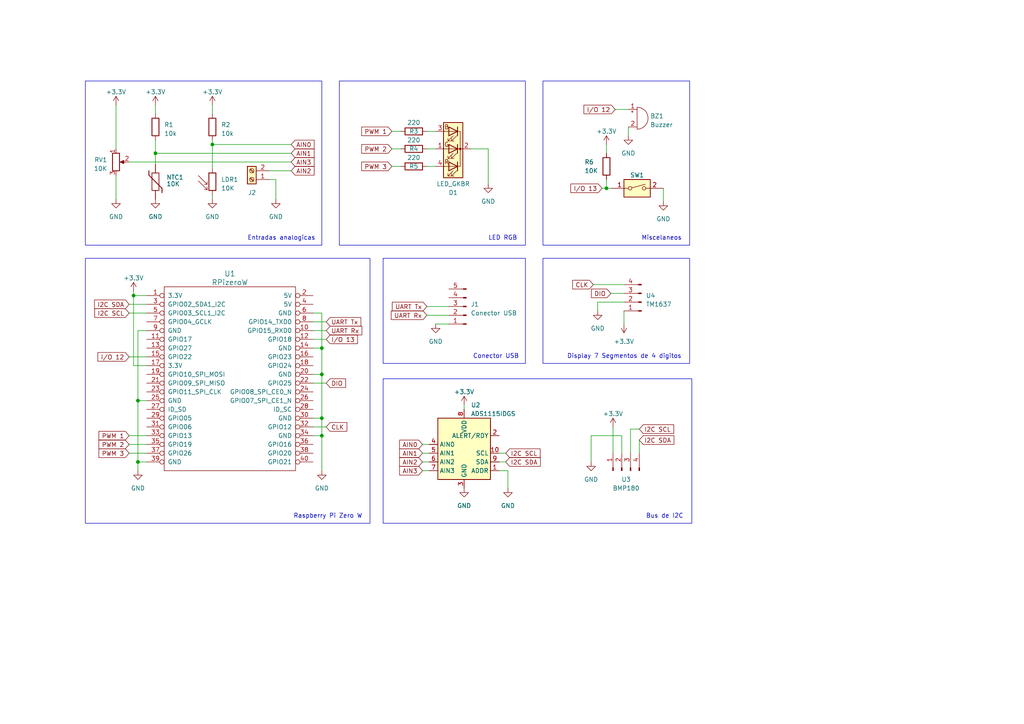
<source format=kicad_sch>
(kicad_sch (version 20230121) (generator eeschema)
  (paper "A4")
  (title_block (title "Kit de desarrollo para Raspberry Pi Zero W") (date "2023-12-26") (rev "2") (company "IMPA TRQ") (comment 1 "Autores: Palmieri Hise Agustín y Carlassara Fabrizio"))
  (lib_symbols
    (symbol "Analog_ADC:ADS1115IDGS"
      (property "Reference" "U" (at 2.54 13.97 0))
      (property "Value" "ADS1115IDGS" (at 7.62 11.43 0))
      (symbol "ADS1115IDGS_0_1"
        (rectangle (start -7.62 10.16) (end 7.62 -7.62) (stroke (width 0.254)) (fill (type background)))
      )
      (symbol "ADS1115IDGS_1_1"
        (pin input line (at 10.16 -5.08 180) (length 2.54) (name "ADDR") (number "1"))
        (pin input line (at 10.16 0 180) (length 2.54) (name "SCL") (number "10"))
        (pin output line (at 10.16 5.08 180) (length 2.54) (name "ALERT/RDY") (number "2"))
        (pin power_in line (at 0 -10.16 90) (length 2.54) (name "GND") (number "3"))
        (pin input line (at -10.16 2.54 0) (length 2.54) (name "AIN0") (number "4"))
        (pin input line (at -10.16 0 0) (length 2.54) (name "AIN1") (number "5"))
        (pin input line (at -10.16 -2.54 0) (length 2.54) (name "AIN2") (number "6"))
        (pin input line (at -10.16 -5.08 0) (length 2.54) (name "AIN3") (number "7"))
        (pin power_in line (at 0 12.7 270) (length 2.54) (name "VDD") (number "8"))
        (pin bidirectional line (at 10.16 -2.54 180) (length 2.54) (name "SDA") (number "9"))
      )
    )
    (symbol "Connector:Conn_01x04_Pin" (pin_names (offset 1.016) hide)
      (property "Reference" "J" (at 0 5.08 0))
      (property "Value" "Conn_01x04_Pin" (at 0 -7.62 0))
      (symbol "Conn_01x04_Pin_1_1"
        (polyline (pts (xy 1.27 -5.08) (xy 0.8636 -5.08)) (stroke (width 0.1524)))
        (polyline (pts (xy 1.27 -2.54) (xy 0.8636 -2.54)) (stroke (width 0.1524)))
        (polyline (pts (xy 1.27 0) (xy 0.8636 0)) (stroke (width 0.1524)))
        (polyline (pts (xy 1.27 2.54) (xy 0.8636 2.54)) (stroke (width 0.1524)))
        (rectangle (start 0.8636 -4.953) (end 0 -5.207) (stroke (width 0.1524)) (fill (type outline)))
        (rectangle (start 0.8636 -2.413) (end 0 -2.667) (stroke (width 0.1524)) (fill (type outline)))
        (rectangle (start 0.8636 0.127) (end 0 -0.127) (stroke (width 0.1524)) (fill (type outline)))
        (rectangle (start 0.8636 2.667) (end 0 2.413) (stroke (width 0.1524)) (fill (type outline)))
        (pin passive line (at 5.08 2.54 180) (length 3.81) (name "Pin_1") (number "1"))
        (pin passive line (at 5.08 0 180) (length 3.81) (name "Pin_2") (number "2"))
        (pin passive line (at 5.08 -2.54 180) (length 3.81) (name "Pin_3") (number "3"))
        (pin passive line (at 5.08 -5.08 180) (length 3.81) (name "Pin_4") (number "4"))
      )
    )
    (symbol "Connector:Conn_01x05_Pin" (pin_names (offset 1.016) hide)
      (property "Reference" "J" (at 0 7.62 0))
      (property "Value" "Conn_01x05_Pin" (at 0 -7.62 0))
      (symbol "Conn_01x05_Pin_1_1"
        (polyline (pts (xy 1.27 -5.08) (xy 0.8636 -5.08)) (stroke (width 0.1524)))
        (polyline (pts (xy 1.27 -2.54) (xy 0.8636 -2.54)) (stroke (width 0.1524)))
        (polyline (pts (xy 1.27 0) (xy 0.8636 0)) (stroke (width 0.1524)))
        (polyline (pts (xy 1.27 2.54) (xy 0.8636 2.54)) (stroke (width 0.1524)))
        (polyline (pts (xy 1.27 5.08) (xy 0.8636 5.08)) (stroke (width 0.1524)))
        (rectangle (start 0.8636 -4.953) (end 0 -5.207) (stroke (width 0.1524)) (fill (type outline)))
        (rectangle (start 0.8636 -2.413) (end 0 -2.667) (stroke (width 0.1524)) (fill (type outline)))
        (rectangle (start 0.8636 0.127) (end 0 -0.127) (stroke (width 0.1524)) (fill (type outline)))
        (rectangle (start 0.8636 2.667) (end 0 2.413) (stroke (width 0.1524)) (fill (type outline)))
        (rectangle (start 0.8636 5.207) (end 0 4.953) (stroke (width 0.1524)) (fill (type outline)))
        (pin passive line (at 5.08 5.08 180) (length 3.81) (name "Pin_1") (number "1"))
        (pin passive line (at 5.08 2.54 180) (length 3.81) (name "Pin_2") (number "2"))
        (pin passive line (at 5.08 0 180) (length 3.81) (name "Pin_3") (number "3"))
        (pin passive line (at 5.08 -2.54 180) (length 3.81) (name "Pin_4") (number "4"))
        (pin passive line (at 5.08 -5.08 180) (length 3.81) (name "Pin_5") (number "5"))
      )
    )
    (symbol "Connector:Screw_Terminal_01x02" (pin_names (offset 1.016) hide)
      (property "Reference" "J" (at 0 2.54 0))
      (property "Value" "Screw_Terminal_01x02" (at 0 -5.08 0))
      (symbol "Screw_Terminal_01x02_1_1"
        (rectangle (start -1.27 1.27) (end 1.27 -3.81) (stroke (width 0.254)) (fill (type background)))
        (circle (center 0 -2.54) (radius 0.635) (stroke (width 0.1524)))
        (polyline (pts (xy -0.5334 -2.2098) (xy 0.3302 -3.048)) (stroke (width 0.1524)))
        (polyline (pts (xy -0.5334 0.3302) (xy 0.3302 -0.508)) (stroke (width 0.1524)))
        (polyline (pts (xy -0.3556 -2.032) (xy 0.508 -2.8702)) (stroke (width 0.1524)))
        (polyline (pts (xy -0.3556 0.508) (xy 0.508 -0.3302)) (stroke (width 0.1524)))
        (circle (center 0 0) (radius 0.635) (stroke (width 0.1524)))
        (pin passive line (at -5.08 0 0) (length 3.81) (name "Pin_1") (number "1"))
        (pin passive line (at -5.08 -2.54 0) (length 3.81) (name "Pin_2") (number "2"))
      )
    )
    (symbol "Device:Buzzer" (pin_names (offset 0.0254) hide)
      (property "Reference" "BZ" (at 3.81 1.27 0))
      (property "Value" "Buzzer" (at 3.81 -1.27 0))
      (symbol "Buzzer_0_1"
        (arc (start 0 -3.175) (mid 3.1612 0) (end 0 3.175))
        (polyline (pts (xy -1.651 1.905) (xy -1.143 1.905)))
        (polyline (pts (xy -1.397 2.159) (xy -1.397 1.651)))
        (polyline (pts (xy 0 3.175) (xy 0 -3.175)))
      )
      (symbol "Buzzer_1_1"
        (pin passive line (at -2.54 2.54 0) (length 2.54) (name "-") (number "1"))
        (pin passive line (at -2.54 -2.54 0) (length 2.54) (name "+") (number "2"))
      )
    )
    (symbol "Device:LED_GKBR" (pin_names (offset 0) hide)
      (property "Reference" "D" (at 0 9.398 0))
      (property "Value" "LED_GKBR" (at 0 -8.89 0))
      (symbol "LED_GKBR_0_0"
        (text "B" (at 1.905 -6.35 0) (effects (font (size 1.27 1.27))))
        (text "G" (at 1.905 -1.27 0) (effects (font (size 1.27 1.27))))
        (text "R" (at 1.905 3.81 0) (effects (font (size 1.27 1.27))))
      )
      (symbol "LED_GKBR_0_1"
        (circle (center -2.032 0) (radius 0.254) (fill (type outline)))
        (polyline (pts (xy -1.27 -5.08) (xy 1.27 -5.08)))
        (polyline (pts (xy -1.27 -3.81) (xy -1.27 -6.35)) (stroke (width 0.254)))
        (polyline (pts (xy -1.27 0) (xy -2.54 0)))
        (polyline (pts (xy -1.27 1.27) (xy -1.27 -1.27)) (stroke (width 0.254)))
        (polyline (pts (xy -1.27 5.08) (xy 1.27 5.08)))
        (polyline (pts (xy -1.27 6.35) (xy -1.27 3.81)) (stroke (width 0.254)))
        (polyline (pts (xy 1.27 -5.08) (xy 2.54 -5.08)))
        (polyline (pts (xy 1.27 0) (xy -1.27 0)))
        (polyline (pts (xy 1.27 0) (xy 2.54 0)))
        (polyline (pts (xy 1.27 5.08) (xy 2.54 5.08)))
        (polyline (pts (xy -1.27 1.27) (xy -1.27 -1.27) (xy -1.27 -1.27)))
        (polyline (pts (xy -1.27 6.35) (xy -1.27 3.81) (xy -1.27 3.81)))
        (polyline (pts (xy -1.27 5.08) (xy -2.032 5.08) (xy -2.032 -5.08) (xy -1.016 -5.08)))
        (polyline (pts (xy 1.27 -3.81) (xy 1.27 -6.35) (xy -1.27 -5.08) (xy 1.27 -3.81)) (stroke (width 0.254)))
        (polyline (pts (xy 1.27 1.27) (xy 1.27 -1.27) (xy -1.27 0) (xy 1.27 1.27)) (stroke (width 0.254)))
        (polyline (pts (xy 1.27 6.35) (xy 1.27 3.81) (xy -1.27 5.08) (xy 1.27 6.35)) (stroke (width 0.254)))
        (polyline (pts (xy -1.016 -3.81) (xy 0.508 -2.286) (xy -0.254 -2.286) (xy 0.508 -2.286) (xy 0.508 -3.048)))
        (polyline (pts (xy -1.016 1.27) (xy 0.508 2.794) (xy -0.254 2.794) (xy 0.508 2.794) (xy 0.508 2.032)))
        (polyline (pts (xy -1.016 6.35) (xy 0.508 7.874) (xy -0.254 7.874) (xy 0.508 7.874) (xy 0.508 7.112)))
        (polyline (pts (xy 0 -3.81) (xy 1.524 -2.286) (xy 0.762 -2.286) (xy 1.524 -2.286) (xy 1.524 -3.048)))
        (polyline (pts (xy 0 1.27) (xy 1.524 2.794) (xy 0.762 2.794) (xy 1.524 2.794) (xy 1.524 2.032)))
        (polyline (pts (xy 0 6.35) (xy 1.524 7.874) (xy 0.762 7.874) (xy 1.524 7.874) (xy 1.524 7.112)))
        (rectangle (start 1.27 -1.27) (end 1.27 1.27))
        (rectangle (start 1.27 1.27) (end 1.27 1.27))
        (rectangle (start 1.27 3.81) (end 1.27 6.35))
        (rectangle (start 1.27 6.35) (end 1.27 6.35))
        (rectangle (start 2.794 8.382) (end -2.794 -7.62) (stroke (width 0.254)) (fill (type background)))
      )
      (symbol "LED_GKBR_1_1"
        (pin passive line (at 5.08 0 180) (length 2.54) (name "GA") (number "1"))
        (pin passive line (at -5.08 0 0) (length 2.54) (name "K") (number "2"))
        (pin passive line (at 5.08 -5.08 180) (length 2.54) (name "BA") (number "3"))
        (pin passive line (at 5.08 5.08 180) (length 2.54) (name "RA") (number "4"))
      )
    )
    (symbol "Device:R" (pin_numbers hide) (pin_names (offset 0))
      (property "Reference" "R" (at 2.032 0 90))
      (property "Value" "R" (at 0 0 90))
      (symbol "R_0_1"
        (rectangle (start -1.016 -2.54) (end 1.016 2.54) (stroke (width 0.254)))
      )
      (symbol "R_1_1"
        (pin passive line (at 0 3.81 270) (length 1.27) (name "~") (number "1"))
        (pin passive line (at 0 -3.81 90) (length 1.27) (name "~") (number "2"))
      )
    )
    (symbol "Device:R_Potentiometer" (pin_names (offset 1.016) hide)
      (property "Reference" "RV" (at -4.445 0 90))
      (property "Value" "R_Potentiometer" (at -2.54 0 90))
      (symbol "R_Potentiometer_0_1"
        (polyline (pts (xy 2.54 0) (xy 1.524 0)))
        (polyline (pts (xy 1.143 0) (xy 2.286 0.508) (xy 2.286 -0.508) (xy 1.143 0)) (fill (type outline)))
        (rectangle (start 1.016 2.54) (end -1.016 -2.54) (stroke (width 0.254)))
      )
      (symbol "R_Potentiometer_1_1"
        (pin passive line (at 0 3.81 270) (length 1.27) (name "1") (number "1"))
        (pin passive line (at 3.81 0 180) (length 1.27) (name "2") (number "2"))
        (pin passive line (at 0 -3.81 90) (length 1.27) (name "3") (number "3"))
      )
    )
    (symbol "Device:Thermistor" (pin_numbers hide) (pin_names (offset 0))
      (property "Reference" "TH" (at 2.54 1.27 90))
      (property "Value" "Thermistor" (at -2.54 0 90))
      (symbol "Thermistor_0_1"
        (rectangle (start -1.016 2.54) (end 1.016 -2.54) (stroke (width 0.2032)))
        (polyline (pts (xy -1.905 3.175) (xy -1.905 1.905) (xy 1.905 -1.905) (xy 1.905 -3.175) (xy 1.905 -3.175)) (stroke (width 0.254)))
      )
      (symbol "Thermistor_1_1"
        (pin passive line (at 0 5.08 270) (length 2.54) (name "~") (number "1"))
        (pin passive line (at 0 -5.08 90) (length 2.54) (name "~") (number "2"))
      )
    )
    (symbol "Raspberrt Pi Zero:RPi_GPIO" (pin_names (offset 1.016))
      (property "Reference" "J" (at 19.05 6.35 0))
      (property "Value" "RPi_GPIO" (at 19.05 3.81 0))
      (symbol "RPi_GPIO_0_1"
        (rectangle (start 0 2.54) (end 38.1 -50.8))
      )
      (symbol "RPi_GPIO_1_1"
        (pin power_in inverted (at -5.08 0 0) (length 5.08) (name "3.3V") (number "1"))
        (pin bidirectional inverted (at 43.18 -10.16 180) (length 5.08) (name "GPIO15_RXD0") (number "10"))
        (pin bidirectional inverted (at -5.08 -12.7 0) (length 5.08) (name "GPIO17") (number "11"))
        (pin bidirectional inverted (at 43.18 -12.7 180) (length 5.08) (name "GPIO18") (number "12"))
        (pin bidirectional inverted (at -5.08 -15.24 0) (length 5.08) (name "GPIO27") (number "13"))
        (pin power_in inverted (at 43.18 -15.24 180) (length 5.08) (name "GND") (number "14"))
        (pin bidirectional inverted (at -5.08 -17.78 0) (length 5.08) (name "GPIO22") (number "15"))
        (pin bidirectional inverted (at 43.18 -17.78 180) (length 5.08) (name "GPIO23") (number "16"))
        (pin power_in inverted (at -5.08 -20.32 0) (length 5.08) (name "3.3V") (number "17"))
        (pin bidirectional inverted (at 43.18 -20.32 180) (length 5.08) (name "GPIO24") (number "18"))
        (pin bidirectional inverted (at -5.08 -22.86 0) (length 5.08) (name "GPIO10_SPI_MOSI") (number "19"))
        (pin power_in inverted (at 43.18 0 180) (length 5.08) (name "5V") (number "2"))
        (pin power_in inverted (at 43.18 -22.86 180) (length 5.08) (name "GND") (number "20"))
        (pin bidirectional inverted (at -5.08 -25.4 0) (length 5.08) (name "GPIO09_SPI_MISO") (number "21"))
        (pin bidirectional inverted (at 43.18 -25.4 180) (length 5.08) (name "GPIO25") (number "22"))
        (pin bidirectional inverted (at -5.08 -27.94 0) (length 5.08) (name "GPIO11_SPI_CLK") (number "23"))
        (pin bidirectional inverted (at 43.18 -27.94 180) (length 5.08) (name "GPIO08_SPI_CE0_N") (number "24"))
        (pin power_in inverted (at -5.08 -30.48 0) (length 5.08) (name "GND") (number "25"))
        (pin bidirectional inverted (at 43.18 -30.48 180) (length 5.08) (name "GPIO07_SPI_CE1_N") (number "26"))
        (pin bidirectional inverted (at -5.08 -33.02 0) (length 5.08) (name "ID_SD") (number "27"))
        (pin bidirectional inverted (at 43.18 -33.02 180) (length 5.08) (name "ID_SC") (number "28"))
        (pin bidirectional inverted (at -5.08 -35.56 0) (length 5.08) (name "GPIO05") (number "29"))
        (pin bidirectional inverted (at -5.08 -2.54 0) (length 5.08) (name "GPIO02_SDA1_I2C") (number "3"))
        (pin power_in inverted (at 43.18 -35.56 180) (length 5.08) (name "GND") (number "30"))
        (pin bidirectional inverted (at -5.08 -38.1 0) (length 5.08) (name "GPIO06") (number "31"))
        (pin bidirectional inverted (at 43.18 -38.1 180) (length 5.08) (name "GPIO12") (number "32"))
        (pin bidirectional inverted (at -5.08 -40.64 0) (length 5.08) (name "GPIO13") (number "33"))
        (pin power_in inverted (at 43.18 -40.64 180) (length 5.08) (name "GND") (number "34"))
        (pin bidirectional inverted (at -5.08 -43.18 0) (length 5.08) (name "GPIO19") (number "35"))
        (pin bidirectional inverted (at 43.18 -43.18 180) (length 5.08) (name "GPIO16") (number "36"))
        (pin bidirectional inverted (at -5.08 -45.72 0) (length 5.08) (name "GPIO26") (number "37"))
        (pin bidirectional inverted (at 43.18 -45.72 180) (length 5.08) (name "GPIO20") (number "38"))
        (pin power_in inverted (at -5.08 -48.26 0) (length 5.08) (name "GND") (number "39"))
        (pin power_in inverted (at 43.18 -2.54 180) (length 5.08) (name "5V") (number "4"))
        (pin bidirectional inverted (at 43.18 -48.26 180) (length 5.08) (name "GPIO21") (number "40"))
        (pin bidirectional inverted (at -5.08 -5.08 0) (length 5.08) (name "GPIO03_SCL1_I2C") (number "5"))
        (pin power_in inverted (at 43.18 -5.08 180) (length 5.08) (name "GND") (number "6"))
        (pin bidirectional inverted (at -5.08 -7.62 0) (length 5.08) (name "GPIO04_GCLK") (number "7"))
        (pin bidirectional inverted (at 43.18 -7.62 180) (length 5.08) (name "GPIO14_TXD0") (number "8"))
        (pin power_in inverted (at -5.08 -10.16 0) (length 5.08) (name "GND") (number "9"))
      )
    )
    (symbol "Sensor_Optical:A9050" (pin_numbers hide) (pin_names (offset 0))
      (property "Reference" "R" (at -5.08 0 90))
      (property "Value" "A9050" (at 1.905 0 90))
      (symbol "A9050_0_1"
        (rectangle (start -1.016 2.54) (end 1.016 -2.54) (stroke (width 0.254)))
        (polyline (pts (xy -1.524 -2.286) (xy -4.064 0.254)))
        (polyline (pts (xy -1.524 -2.286) (xy -2.286 -2.286)))
        (polyline (pts (xy -1.524 -2.286) (xy -1.524 -1.524)))
        (polyline (pts (xy -1.524 -0.762) (xy -4.064 1.778)))
        (polyline (pts (xy -1.524 -0.762) (xy -2.286 -0.762)))
        (polyline (pts (xy -1.524 -0.762) (xy -1.524 0)))
      )
      (symbol "A9050_1_1"
        (pin passive line (at 0 3.81 270) (length 1.27) (name "~") (number "1"))
        (pin passive line (at 0 -3.81 90) (length 1.27) (name "~") (number "2"))
      )
    )
    (symbol "Switch:SW_DIP_x01" (pin_names (offset 0) hide)
      (property "Reference" "SW" (at 0 3.81 0))
      (property "Value" "SW_DIP_x01" (at 0 -3.81 0))
      (symbol "SW_DIP_x01_0_0"
        (circle (center -2.032 0) (radius 0.508))
        (polyline (pts (xy -1.524 0.127) (xy 2.3622 1.1684)))
        (circle (center 2.032 0) (radius 0.508))
      )
      (symbol "SW_DIP_x01_0_1"
        (rectangle (start -3.81 2.54) (end 3.81 -2.54) (stroke (width 0.254)) (fill (type background)))
      )
      (symbol "SW_DIP_x01_1_1"
        (pin passive line (at -7.62 0 0) (length 5.08) (name "~") (number "1"))
        (pin passive line (at 7.62 0 180) (length 5.08) (name "~") (number "2"))
      )
    )
    (symbol "power:+3.3V" (power) (pin_names (offset 0))
      (property "Value" "+3.3V" (at 0 3.556 0))
      (symbol "+3.3V_0_1"
        (polyline (pts (xy -0.762 1.27) (xy 0 2.54)))
        (polyline (pts (xy 0 0) (xy 0 2.54)))
        (polyline (pts (xy 0 2.54) (xy 0.762 1.27)))
      )
      (symbol "+3.3V_1_1"
        (pin power_in line (at 0 0 90) (length 0) hide (name "+3.3V") (number "1"))
      )
    )
    (symbol "power:GND" (power) (pin_names (offset 0))
      (property "Value" "GND" (at 0 -3.81 0))
      (symbol "GND_0_1"
        (polyline (pts (xy 0 0) (xy 0 -1.27) (xy 1.27 -1.27) (xy 0 -2.54) (xy -1.27 -1.27) (xy 0 -1.27)))
      )
      (symbol "GND_1_1"
        (pin power_in line (at 0 0 270) (length 0) hide (name "GND") (number "1"))
      )
    )
  )
  (junction (at 175.895 54.61))
  (junction (at 93.345 126.365))
  (junction (at 45.085 44.45))
  (junction (at 93.345 100.965))
  (junction (at 40.005 116.205))
  (junction (at 93.345 108.585))
  (junction (at 40.005 133.985))
  (junction (at 93.345 121.285))
  (junction (at 61.595 41.91))
  (junction (at 38.735 85.725))
  (wire (pts (xy 45.085 40.64) (xy 45.085 44.45)))
  (wire (pts (xy 93.345 121.285) (xy 93.345 108.585)))
  (wire (pts (xy 144.78 131.445) (xy 146.685 131.445)))
  (wire (pts (xy 45.085 44.45) (xy 45.085 47.625)))
  (wire (pts (xy 185.42 127.635) (xy 185.42 131.445)))
  (wire (pts (xy 177.8 123.825) (xy 177.8 131.445)))
  (wire (pts (xy 113.665 38.1) (xy 116.205 38.1)))
  (wire (pts (xy 173.355 90.17) (xy 173.355 87.63)))
  (wire (pts (xy 144.78 136.525) (xy 147.32 136.525)))
  (wire (pts (xy 33.655 57.785) (xy 33.655 50.8)))
  (wire (pts (xy 37.465 88.265) (xy 42.545 88.265)))
  (wire (pts (xy 93.345 100.965) (xy 93.345 90.805)))
  (wire (pts (xy 93.345 108.585) (xy 90.805 108.585)))
  (wire (pts (xy 93.345 108.585) (xy 93.345 100.965)))
  (wire (pts (xy 61.595 40.64) (xy 61.595 41.91)))
  (wire (pts (xy 93.345 136.525) (xy 93.345 126.365)))
  (wire (pts (xy 45.085 30.48) (xy 45.085 33.02)))
  (wire (pts (xy 177.165 85.09) (xy 180.975 85.09)))
  (wire (pts (xy 61.595 41.91) (xy 61.595 48.895)))
  (wire (pts (xy 182.245 36.83) (xy 182.245 39.37)))
  (wire (pts (xy 37.465 131.445) (xy 42.545 131.445)))
  (wire (pts (xy 122.555 133.985) (xy 124.46 133.985)))
  (wire (pts (xy 178.435 31.75) (xy 182.245 31.75)))
  (wire (pts (xy 37.465 126.365) (xy 42.545 126.365)))
  (wire (pts (xy 90.805 95.885) (xy 94.615 95.885)))
  (wire (pts (xy 182.88 124.46) (xy 182.88 131.445)))
  (wire (pts (xy 123.825 48.26) (xy 126.365 48.26)))
  (wire (pts (xy 40.005 136.525) (xy 40.005 133.985)))
  (wire (pts (xy 80.01 57.785) (xy 80.01 52.07)))
  (wire (pts (xy 180.975 90.17) (xy 180.975 93.98)))
  (wire (pts (xy 192.405 54.61) (xy 192.405 58.42)))
  (wire (pts (xy 93.345 126.365) (xy 93.345 121.285)))
  (wire (pts (xy 173.355 87.63) (xy 180.975 87.63)))
  (wire (pts (xy 123.825 91.44) (xy 130.175 91.44)))
  (wire (pts (xy 38.735 85.725) (xy 42.545 85.725)))
  (wire (pts (xy 37.465 103.505) (xy 42.545 103.505)))
  (wire (pts (xy 122.555 128.905) (xy 124.46 128.905)))
  (wire (pts (xy 93.345 100.965) (xy 90.805 100.965)))
  (wire (pts (xy 93.345 90.805) (xy 90.805 90.805)))
  (wire (pts (xy 113.665 43.18) (xy 116.205 43.18)))
  (wire (pts (xy 93.345 121.285) (xy 90.805 121.285)))
  (wire (pts (xy 90.805 98.425) (xy 94.615 98.425)))
  (wire (pts (xy 33.655 30.48) (xy 33.655 43.18)))
  (wire (pts (xy 134.62 117.475) (xy 134.62 118.745)))
  (wire (pts (xy 126.365 93.98) (xy 130.175 93.98)))
  (wire (pts (xy 40.005 95.885) (xy 40.005 116.205)))
  (wire (pts (xy 175.895 41.91) (xy 175.895 44.45)))
  (wire (pts (xy 61.595 30.48) (xy 61.595 33.02)))
  (wire (pts (xy 171.45 126.365) (xy 171.45 133.985)))
  (wire (pts (xy 40.005 133.985) (xy 42.545 133.985)))
  (wire (pts (xy 45.085 44.45) (xy 84.455 44.45)))
  (wire (pts (xy 175.895 52.07) (xy 175.895 54.61)))
  (wire (pts (xy 80.01 52.07) (xy 78.105 52.07)))
  (wire (pts (xy 90.805 123.825) (xy 94.615 123.825)))
  (wire (pts (xy 61.595 41.91) (xy 84.455 41.91)))
  (wire (pts (xy 141.605 43.18) (xy 141.605 53.34)))
  (wire (pts (xy 172.085 82.55) (xy 180.975 82.55)))
  (wire (pts (xy 123.825 43.18) (xy 126.365 43.18)))
  (wire (pts (xy 185.42 124.46) (xy 182.88 124.46)))
  (wire (pts (xy 175.895 54.61) (xy 177.165 54.61)))
  (wire (pts (xy 122.555 131.445) (xy 124.46 131.445)))
  (wire (pts (xy 90.805 111.125) (xy 94.615 111.125)))
  (wire (pts (xy 38.735 85.725) (xy 38.735 106.045)))
  (wire (pts (xy 38.735 84.455) (xy 38.735 85.725)))
  (wire (pts (xy 122.555 136.525) (xy 124.46 136.525)))
  (wire (pts (xy 38.735 106.045) (xy 42.545 106.045)))
  (wire (pts (xy 42.545 116.205) (xy 40.005 116.205)))
  (wire (pts (xy 180.34 126.365) (xy 180.34 131.445)))
  (wire (pts (xy 123.825 38.1) (xy 126.365 38.1)))
  (wire (pts (xy 171.45 126.365) (xy 180.34 126.365)))
  (wire (pts (xy 123.825 88.9) (xy 130.175 88.9)))
  (wire (pts (xy 174.625 54.61) (xy 175.895 54.61)))
  (wire (pts (xy 78.105 49.53) (xy 84.455 49.53)))
  (wire (pts (xy 40.005 116.205) (xy 40.005 133.985)))
  (wire (pts (xy 61.595 57.785) (xy 61.595 56.515)))
  (wire (pts (xy 113.665 48.26) (xy 116.205 48.26)))
  (wire (pts (xy 144.78 133.985) (xy 146.685 133.985)))
  (wire (pts (xy 42.545 95.885) (xy 40.005 95.885)))
  (wire (pts (xy 136.525 43.18) (xy 141.605 43.18)))
  (wire (pts (xy 93.345 126.365) (xy 90.805 126.365)))
  (wire (pts (xy 90.805 93.345) (xy 94.615 93.345)))
  (wire (pts (xy 147.32 136.525) (xy 147.32 141.605)))
  (wire (pts (xy 37.465 46.99) (xy 84.455 46.99)))
  (wire (pts (xy 37.465 90.805) (xy 42.545 90.805)))
  (wire (pts (xy 37.465 128.905) (xy 42.545 128.905)))
  (rectangle (start 24.765 74.93) (end 107.315 151.765))
  (rectangle (start 111.125 74.93) (end 152.4 105.41))
  (rectangle (start 24.765 23.495) (end 93.345 71.12))
  (rectangle (start 157.48 23.495) (end 200.025 71.12))
  (rectangle (start 98.425 23.495) (end 152.4 71.12))
  (rectangle (start 157.48 74.93) (end 200.025 105.41))
  (rectangle (start 111.125 109.855) (end 200.66 151.765))
  (text "Raspberry Pi Zero W" (at 85.09 150.495 0) (effects (font (size 1.27 1.27)) (justify left bottom)))
  (text "Miscelaneos" (at 186.055 69.85 0) (effects (font (size 1.27 1.27)) (justify left bottom)))
  (text "Display 7 Segmentos de 4 digitos" (at 164.465 104.14 0) (effects (font (size 1.27 1.27)) (justify left bottom)))
  (text "Bus de I2C" (at 187.325 150.495 0) (effects (font (size 1.27 1.27)) (justify left bottom)))
  (text "LED RGB" (at 141.605 69.85 0) (effects (font (size 1.27 1.27)) (justify left bottom)))
  (text "Conector USB" (at 137.16 104.14 0) (effects (font (size 1.27 1.27)) (justify left bottom)))
  (text "Entradas analogicas" (at 71.755 69.85 0) (effects (font (size 1.27 1.27)) (justify left bottom)))
  (global_label "AIN2" (shape input) (at 122.555 133.985 180) (property "Intersheetrefs" "${INTERSHEET_REFS}" (effects hide)))
  (global_label "I2C SCL" (shape input) (at 37.465 90.805 180) (property "Intersheetrefs" "${INTERSHEET_REFS}" (effects hide)))
  (global_label "I2C SCL" (shape input) (at 146.685 131.445 0) (property "Intersheetrefs" "${INTERSHEET_REFS}" (effects hide)))
  (global_label "I{slash}O 13" (shape input) (at 94.615 98.425 0) (property "Intersheetrefs" "${INTERSHEET_REFS}" (effects hide)))
  (global_label "DIO" (shape input) (at 94.615 111.125 0) (property "Intersheetrefs" "${INTERSHEET_REFS}" (effects hide)))
  (global_label "PWM 1" (shape input) (at 37.465 126.365 180) (property "Intersheetrefs" "${INTERSHEET_REFS}" (effects hide)))
  (global_label "PWM 1" (shape input) (at 113.665 38.1 180) (property "Intersheetrefs" "${INTERSHEET_REFS}" (effects hide)))
  (global_label "DIO" (shape input) (at 177.165 85.09 180) (property "Intersheetrefs" "${INTERSHEET_REFS}" (effects hide)))
  (global_label "PWM 2" (shape input) (at 37.465 128.905 180) (property "Intersheetrefs" "${INTERSHEET_REFS}" (effects hide)))
  (global_label "I2C SCL" (shape input) (at 185.42 124.46 0) (property "Intersheetrefs" "${INTERSHEET_REFS}" (effects hide)))
  (global_label "AIN3" (shape input) (at 84.455 46.99 0) (property "Intersheetrefs" "${INTERSHEET_REFS}" (effects hide)))
  (global_label "UART Rx" (shape input) (at 123.825 91.44 180) (property "Intersheetrefs" "${INTERSHEET_REFS}" (effects hide)))
  (global_label "UART Rx" (shape input) (at 94.615 95.885 0) (property "Intersheetrefs" "${INTERSHEET_REFS}" (effects hide)))
  (global_label "I{slash}O 12" (shape input) (at 37.465 103.505 180) (property "Intersheetrefs" "${INTERSHEET_REFS}" (effects hide)))
  (global_label "AIN3" (shape input) (at 122.555 136.525 180) (property "Intersheetrefs" "${INTERSHEET_REFS}" (effects hide)))
  (global_label "I2C SDA" (shape input) (at 185.42 127.635 0) (property "Intersheetrefs" "${INTERSHEET_REFS}" (effects hide)))
  (global_label "CLK" (shape input) (at 94.615 123.825 0) (property "Intersheetrefs" "${INTERSHEET_REFS}" (effects hide)))
  (global_label "AIN1" (shape input) (at 84.455 44.45 0) (property "Intersheetrefs" "${INTERSHEET_REFS}" (effects hide)))
  (global_label "I2C SDA" (shape input) (at 146.685 133.985 0) (property "Intersheetrefs" "${INTERSHEET_REFS}" (effects hide)))
  (global_label "I2C SDA" (shape input) (at 37.465 88.265 180) (property "Intersheetrefs" "${INTERSHEET_REFS}" (effects hide)))
  (global_label "AIN2" (shape input) (at 84.455 49.53 0) (property "Intersheetrefs" "${INTERSHEET_REFS}" (effects hide)))
  (global_label "UART Tx" (shape input) (at 123.825 88.9 180) (property "Intersheetrefs" "${INTERSHEET_REFS}" (effects hide)))
  (global_label "AIN0" (shape input) (at 84.455 41.91 0) (property "Intersheetrefs" "${INTERSHEET_REFS}" (effects hide)))
  (global_label "PWM 2" (shape input) (at 113.665 43.18 180) (property "Intersheetrefs" "${INTERSHEET_REFS}" (effects hide)))
  (global_label "I{slash}O 12" (shape input) (at 178.435 31.75 180) (property "Intersheetrefs" "${INTERSHEET_REFS}" (effects hide)))
  (global_label "I{slash}O 13" (shape input) (at 174.625 54.61 180) (property "Intersheetrefs" "${INTERSHEET_REFS}" (effects hide)))
  (global_label "PWM 3" (shape input) (at 37.465 131.445 180) (property "Intersheetrefs" "${INTERSHEET_REFS}" (effects hide)))
  (global_label "UART Tx" (shape input) (at 94.615 93.345 0) (property "Intersheetrefs" "${INTERSHEET_REFS}" (effects hide)))
  (global_label "AIN0" (shape input) (at 122.555 128.905 180) (property "Intersheetrefs" "${INTERSHEET_REFS}" (effects hide)))
  (global_label "PWM 3" (shape input) (at 113.665 48.26 180) (property "Intersheetrefs" "${INTERSHEET_REFS}" (effects hide)))
  (global_label "AIN1" (shape input) (at 122.555 131.445 180) (property "Intersheetrefs" "${INTERSHEET_REFS}" (effects hide)))
  (global_label "CLK" (shape input) (at 172.085 82.55 180) (property "Intersheetrefs" "${INTERSHEET_REFS}" (effects hide)))
  (symbol (lib_id "power:GND") (at 192.405 58.42 0) (unit 1)
    (property "Reference" "#PWR08" (effects hide))
    (property "Value" "GND" (at 192.405 63.5 0))
  )
  (symbol (lib_id "Device:LED_GKBR") (at 131.445 43.18 180) (unit 1)
    (property "Reference" "D1" (at 131.445 55.88 0))
    (property "Value" "LED_GKBR" (at 131.445 53.34 0))
  )
  (symbol (lib_id "Device:Thermistor") (at 45.085 52.705 180) (unit 1)
    (property "Reference" "NTC1" (at 48.26 51.435 0) (effects (justify right)))
    (property "Value" "10K" (at 48.26 53.34 0) (effects (justify right)))
    (property "Footprint" "Resistor_THT:R_Axial_DIN0204_L3.6mm_D1.6mm_P2.54mm_Vertical" (effects hide))
  )
  (symbol (lib_id "power:+3.3V") (at 134.62 117.475 0) (unit 1)
    (property "Reference" "#PWR016" (effects hide))
    (property "Value" "+3.3V" (at 134.62 113.665 0))
  )
  (symbol (lib_id "Connector:Conn_01x04_Pin") (at 186.055 87.63 180) (unit 1)
    (property "Reference" "U4" (at 187.325 85.725 0) (effects (justify right)))
    (property "Value" "TM1637" (at 187.325 88.265 0) (effects (justify right)))
    (property "Footprint" "TM1637:TM1637" (effects hide))
  )
  (symbol (lib_id "Raspberrt Pi Zero:RPi_GPIO") (at 47.625 85.725 0) (unit 1)
    (property "Reference" "U1" (at 66.675 79.375 0) (effects (font (size 1.524 1.524))))
    (property "Value" "RPizeroW" (at 66.675 81.915 0) (effects (font (size 1.524 1.524))))
    (property "Footprint" "Module:Raspberry_Pi_Zero_Socketed_THT_FaceDown_MountingHoles" (effects hide))
  )
  (symbol (lib_id "Device:R") (at 120.015 43.18 90) (unit 1)
    (property "Reference" "R4" (at 120.015 43.18 90))
    (property "Value" "220" (at 120.015 40.64 90))
    (property "Footprint" "Resistor_THT:R_Axial_DIN0207_L6.3mm_D2.5mm_P7.62mm_Horizontal" (effects hide))
  )
  (symbol (lib_id "power:GND") (at 171.45 133.985 0) (unit 1)
    (property "Reference" "#PWR010" (effects hide))
    (property "Value" "GND" (at 171.45 139.065 0))
  )
  (symbol (lib_id "Device:Buzzer") (at 184.785 34.29 0) (unit 1)
    (property "Reference" "BZ1" (at 188.595 33.655 0) (effects (justify left)))
    (property "Value" "Buzzer" (at 188.595 36.195 0) (effects (justify left)))
    (property "Footprint" "Buzzer_Beeper:Buzzer_12x9.5RM7.6" (effects hide))
  )
  (symbol (lib_id "power:GND") (at 61.595 57.785 0) (unit 1)
    (property "Reference" "#PWR04" (effects hide))
    (property "Value" "GND" (at 61.595 62.865 0))
  )
  (symbol (lib_id "power:GND") (at 126.365 93.98 0) (unit 1)
    (property "Reference" "#PWR013" (effects hide))
    (property "Value" "GND" (at 126.365 99.06 0))
  )
  (symbol (lib_id "power:GND") (at 147.32 141.605 0) (unit 1)
    (property "Reference" "#PWR021" (effects hide))
    (property "Value" "GND" (at 147.32 146.685 0))
  )
  (symbol (lib_id "power:+3.3V") (at 175.895 41.91 0) (unit 1)
    (property "Reference" "#PWR018" (effects hide))
    (property "Value" "+3.3V" (at 175.895 38.1 0))
  )
  (symbol (lib_id "Device:R") (at 61.595 36.83 0) (unit 1)
    (property "Reference" "R2" (at 64.135 36.195 0) (effects (justify left)))
    (property "Value" "10k" (at 64.135 38.735 0) (effects (justify left)))
    (property "Footprint" "Resistor_THT:R_Axial_DIN0207_L6.3mm_D2.5mm_P7.62mm_Horizontal" (effects hide))
  )
  (symbol (lib_id "Device:R") (at 120.015 48.26 90) (unit 1)
    (property "Reference" "R5" (at 120.015 48.26 90))
    (property "Value" "220" (at 120.015 45.72 90))
    (property "Footprint" "Resistor_THT:R_Axial_DIN0207_L6.3mm_D2.5mm_P7.62mm_Horizontal" (effects hide))
  )
  (symbol (lib_id "power:GND") (at 40.005 136.525 0) (unit 1)
    (property "Reference" "#PWR012" (effects hide))
    (property "Value" "GND" (at 40.005 141.605 0))
  )
  (symbol (lib_id "Device:R_Potentiometer") (at 33.655 46.99 0) (unit 1)
    (property "Reference" "RV1" (at 31.115 46.355 0) (effects (justify right)))
    (property "Value" "10K" (at 31.115 48.895 0) (effects (justify right)))
    (property "Footprint" "Potentiometer_THT:Potentiometer_Bourns_3386F_Vertical" (effects hide))
  )
  (symbol (lib_id "power:GND") (at 182.245 39.37 0) (unit 1)
    (property "Reference" "#PWR07" (effects hide))
    (property "Value" "GND" (at 182.245 44.45 0))
  )
  (symbol (lib_id "power:GND") (at 93.345 136.525 0) (unit 1)
    (property "Reference" "#PWR01" (effects hide))
    (property "Value" "GND" (at 93.345 141.605 0))
  )
  (symbol (lib_id "Device:R") (at 120.015 38.1 90) (unit 1)
    (property "Reference" "R3" (at 120.015 38.1 90))
    (property "Value" "220" (at 120.015 35.56 90))
    (property "Footprint" "Resistor_THT:R_Axial_DIN0207_L6.3mm_D2.5mm_P7.62mm_Horizontal" (effects hide))
  )
  (symbol (lib_id "power:+3.3V") (at 33.655 30.48 0) (unit 1)
    (property "Reference" "#PWR011" (effects hide))
    (property "Value" "+3.3V" (at 33.655 26.67 0))
  )
  (symbol (lib_id "power:GND") (at 45.085 57.785 0) (unit 1)
    (property "Reference" "#PWR02" (effects hide))
    (property "Value" "GND" (at 45.085 62.865 0))
  )
  (symbol (lib_id "power:+3.3V") (at 177.8 123.825 0) (unit 1)
    (property "Reference" "#PWR020" (effects hide))
    (property "Value" "+3.3V" (at 177.8 120.015 0))
  )
  (symbol (lib_id "power:GND") (at 173.355 90.17 0) (unit 1)
    (property "Reference" "#PWR09" (effects hide))
    (property "Value" "GND" (at 173.355 95.25 0))
  )
  (symbol (lib_id "Connector:Conn_01x05_Pin") (at 135.255 88.9 180) (unit 1)
    (property "Reference" "J1" (at 136.525 88.265 0) (effects (justify right)))
    (property "Value" "Conector USB" (at 136.525 90.805 0) (effects (justify right)))
    (property "Footprint" "Connector_PinHeader_2.54mm:PinHeader_1x05_P2.54mm_Horizontal" (effects hide))
  )
  (symbol (lib_id "Connector:Conn_01x04_Pin") (at 180.34 136.525 90) (unit 1)
    (property "Reference" "U3" (at 181.61 139.065 90))
    (property "Value" "BMP180" (at 181.61 141.605 90))
    (property "Footprint" "Connector_PinHeader_2.54mm:PinHeader_1x04_P2.54mm_Vertical" (effects hide))
  )
  (symbol (lib_id "power:GND") (at 80.01 57.785 0) (unit 1)
    (property "Reference" "#PWR022" (effects hide))
    (property "Value" "GND" (at 80.01 62.865 0))
  )
  (symbol (lib_id "power:+3.3V") (at 45.085 30.48 0) (unit 1)
    (property "Reference" "#PWR014" (effects hide))
    (property "Value" "+3.3V" (at 45.085 26.67 0))
  )
  (symbol (lib_id "Analog_ADC:ADS1115IDGS") (at 134.62 131.445 0) (unit 1)
    (property "Reference" "U2" (at 136.5759 117.475 0) (effects (justify left)))
    (property "Value" "ADS1115IDGS" (at 136.5759 120.015 0) (effects (justify left)))
    (property "Footprint" "Connector_PinHeader_2.54mm:PinHeader_1x10_P2.54mm_Vertical" (effects hide))
    (property "Datasheet" "http://www.ti.com/lit/ds/symlink/ads1113.pdf" (effects hide))
  )
  (symbol (lib_id "power:+3.3V") (at 61.595 30.48 0) (unit 1)
    (property "Reference" "#PWR015" (effects hide))
    (property "Value" "+3.3V" (at 61.595 26.67 0))
  )
  (symbol (lib_id "Connector:Screw_Terminal_01x02") (at 73.025 52.07 180) (unit 1)
    (property "Reference" "J2" (at 74.295 55.88 0) (effects (justify left)))
    (property "Value" "Screw_Terminal_01x02" (effects hide))
    (property "Footprint" "TerminalBlock_Phoenix:TerminalBlock_Phoenix_MKDS-1,5-2-5.08_1x02_P5.08mm_Horizontal" (effects hide))
  )
  (symbol (lib_id "power:+3.3V") (at 180.975 93.98 180) (unit 1)
    (property "Reference" "#PWR019" (effects hide))
    (property "Value" "+3.3V" (at 180.975 99.06 0))
  )
  (symbol (lib_id "Device:R") (at 45.085 36.83 0) (unit 1)
    (property "Reference" "R1" (at 47.625 36.195 0) (effects (justify left)))
    (property "Value" "10k" (at 47.625 38.735 0) (effects (justify left)))
    (property "Footprint" "Resistor_THT:R_Axial_DIN0207_L6.3mm_D2.5mm_P7.62mm_Horizontal" (effects hide))
  )
  (symbol (lib_id "power:GND") (at 134.62 141.605 0) (unit 1)
    (property "Reference" "#PWR05" (effects hide))
    (property "Value" "GND" (at 134.62 146.685 0))
  )
  (symbol (lib_id "Switch:SW_DIP_x01") (at 184.785 54.61 0) (unit 1)
    (property "Reference" "SW1" (at 184.785 50.8 0))
    (property "Value" "SW_DIP_x01" (effects hide))
    (property "Footprint" "Button_Switch_THT:SW_PUSH_6mm_H13mm" (effects hide))
  )
  (symbol (lib_id "Sensor_Optical:A9050") (at 61.595 52.705 0) (unit 1)
    (property "Reference" "LDR1" (at 64.135 52.07 0) (effects (justify left)))
    (property "Value" "10K" (at 64.135 54.61 0) (effects (justify left)))
    (property "Footprint" "OptoDevice:R_LDR_5.0x4.1mm_P3mm_Vertical" (effects hide))
    (property "Datasheet" "http://cdn-reichelt.de/documents/datenblatt/A500/A90xxxx%23PE.pdf" (effects hide))
  )
  (symbol (lib_id "power:+3.3V") (at 38.735 84.455 0) (unit 1)
    (property "Reference" "#PWR017" (effects hide))
    (property "Value" "+3.3V" (at 38.735 80.645 0))
  )
  (symbol (lib_id "power:GND") (at 33.655 57.785 0) (unit 1)
    (property "Reference" "#PWR03" (effects hide))
    (property "Value" "GND" (at 33.655 62.865 0))
  )
  (symbol (lib_id "power:GND") (at 141.605 53.34 0) (unit 1)
    (property "Reference" "#PWR06" (effects hide))
    (property "Value" "GND" (at 141.605 58.42 0))
  )
  (symbol (lib_id "Device:R") (at 175.895 48.26 180) (unit 1)
    (property "Reference" "R6" (at 169.545 46.99 0) (effects (justify right)))
    (property "Value" "10K" (at 169.545 49.53 0) (effects (justify right)))
    (property "Footprint" "Resistor_THT:R_Axial_DIN0207_L6.3mm_D2.5mm_P7.62mm_Horizontal" (effects hide))
  )
)
</source>
